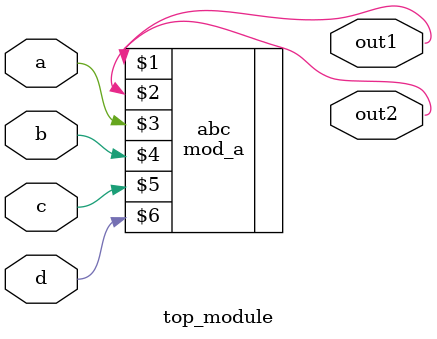
<source format=v>
module top_module ( 
    input a, 
    input b, 
    input c,
    input d,
    output out1,
    output out2
);
    mod_a abc (out1,out2,a,b,c,d);
endmodule

</source>
